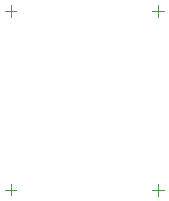
<source format=gbr>
%TF.GenerationSoftware,Altium Limited,Altium Designer,21.8.1 (53)*%
G04 Layer_Color=0*
%FSLAX26Y26*%
%MOIN*%
%TF.SameCoordinates,2531CBD8-4BF0-4D0B-A877-44D4BE5F07E3*%
%TF.FilePolarity,Positive*%
%TF.FileFunction,Other,Top_Component_Center*%
%TF.Part,Single*%
G01*
G75*
%TA.AperFunction,NonConductor*%
%ADD30C,0.003937*%
D30*
X226417Y-295913D02*
X265787D01*
X246102Y-315598D02*
Y-276228D01*
X-246102Y280512D02*
Y319882D01*
X-265787Y300197D02*
X-226417D01*
X246102Y280512D02*
Y319882D01*
X226417Y300197D02*
X265787D01*
X-246102Y-315216D02*
Y-275846D01*
X-265787Y-295531D02*
X-226417D01*
%TF.MD5,d437f288b75608359a3f1278ed527221*%
M02*

</source>
